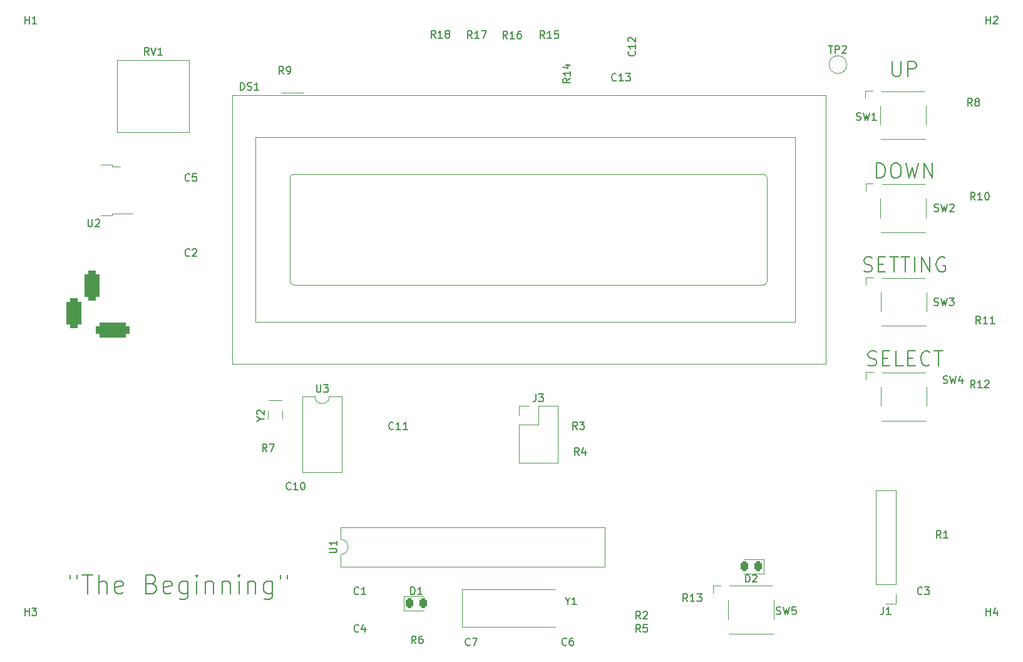
<source format=gbr>
%TF.GenerationSoftware,KiCad,Pcbnew,(6.0.5)*%
%TF.CreationDate,2022-07-22T19:51:40-04:00*%
%TF.ProjectId,Kyamaries-HPS-Clock,4b79616d-6172-4696-9573-2d4850532d43,rev?*%
%TF.SameCoordinates,PX4cdb1d4PY8a63396*%
%TF.FileFunction,Legend,Top*%
%TF.FilePolarity,Positive*%
%FSLAX46Y46*%
G04 Gerber Fmt 4.6, Leading zero omitted, Abs format (unit mm)*
G04 Created by KiCad (PCBNEW (6.0.5)) date 2022-07-22 19:51:40*
%MOMM*%
%LPD*%
G01*
G04 APERTURE LIST*
G04 Aperture macros list*
%AMRoundRect*
0 Rectangle with rounded corners*
0 $1 Rounding radius*
0 $2 $3 $4 $5 $6 $7 $8 $9 X,Y pos of 4 corners*
0 Add a 4 corners polygon primitive as box body*
4,1,4,$2,$3,$4,$5,$6,$7,$8,$9,$2,$3,0*
0 Add four circle primitives for the rounded corners*
1,1,$1+$1,$2,$3*
1,1,$1+$1,$4,$5*
1,1,$1+$1,$6,$7*
1,1,$1+$1,$8,$9*
0 Add four rect primitives between the rounded corners*
20,1,$1+$1,$2,$3,$4,$5,0*
20,1,$1+$1,$4,$5,$6,$7,0*
20,1,$1+$1,$6,$7,$8,$9,0*
20,1,$1+$1,$8,$9,$2,$3,0*%
G04 Aperture macros list end*
%ADD10C,0.150000*%
%ADD11C,0.120000*%
%ADD12C,3.200000*%
%ADD13C,1.440000*%
%ADD14R,1.150000X1.400000*%
%ADD15C,2.000000*%
%ADD16R,1.600000X1.400000*%
%ADD17C,3.000000*%
%ADD18R,1.800000X2.600000*%
%ADD19O,1.800000X2.600000*%
%ADD20R,1.700000X1.700000*%
%ADD21O,1.700000X1.700000*%
%ADD22R,1.400000X1.150000*%
%ADD23RoundRect,0.500000X0.500000X-1.500000X0.500000X1.500000X-0.500000X1.500000X-0.500000X-1.500000X0*%
%ADD24RoundRect,0.500000X-1.750000X-0.500000X1.750000X-0.500000X1.750000X0.500000X-1.750000X0.500000X0*%
%ADD25RoundRect,0.243750X0.243750X0.456250X-0.243750X0.456250X-0.243750X-0.456250X0.243750X-0.456250X0*%
%ADD26R,1.600000X1.600000*%
%ADD27O,1.600000X1.600000*%
%ADD28RoundRect,0.243750X-0.243750X-0.456250X0.243750X-0.456250X0.243750X0.456250X-0.243750X0.456250X0*%
%ADD29R,2.200000X1.200000*%
%ADD30R,6.400000X5.800000*%
%ADD31R,1.800000X1.000000*%
%ADD32R,4.500000X2.000000*%
%ADD33R,3.000000X3.000000*%
G04 APERTURE END LIST*
D10*
X117086922Y55400387D02*
X117372636Y55305149D01*
X117848827Y55305149D01*
X118039303Y55400387D01*
X118134541Y55495625D01*
X118229779Y55686101D01*
X118229779Y55876577D01*
X118134541Y56067053D01*
X118039303Y56162291D01*
X117848827Y56257530D01*
X117467874Y56352768D01*
X117277398Y56448006D01*
X117182160Y56543244D01*
X117086922Y56733720D01*
X117086922Y56924196D01*
X117182160Y57114672D01*
X117277398Y57209910D01*
X117467874Y57305149D01*
X117944065Y57305149D01*
X118229779Y57209910D01*
X119086922Y56352768D02*
X119753589Y56352768D01*
X120039303Y55305149D02*
X119086922Y55305149D01*
X119086922Y57305149D01*
X120039303Y57305149D01*
X120610732Y57305149D02*
X121753589Y57305149D01*
X121182160Y55305149D02*
X121182160Y57305149D01*
X122134541Y57305149D02*
X123277398Y57305149D01*
X122705970Y55305149D02*
X122705970Y57305149D01*
X123944065Y55305149D02*
X123944065Y57305149D01*
X124896446Y55305149D02*
X124896446Y57305149D01*
X126039303Y55305149D01*
X126039303Y57305149D01*
X128039303Y57209910D02*
X127848827Y57305149D01*
X127563112Y57305149D01*
X127277398Y57209910D01*
X127086922Y57019434D01*
X126991684Y56828958D01*
X126896446Y56448006D01*
X126896446Y56162291D01*
X126991684Y55781339D01*
X127086922Y55590863D01*
X127277398Y55400387D01*
X127563112Y55305149D01*
X127753589Y55305149D01*
X128039303Y55400387D01*
X128134541Y55495625D01*
X128134541Y56162291D01*
X127753589Y56162291D01*
X120953334Y83753960D02*
X120953334Y82134912D01*
X121048572Y81944436D01*
X121143810Y81849198D01*
X121334286Y81753960D01*
X121715239Y81753960D01*
X121905715Y81849198D01*
X122000953Y81944436D01*
X122096191Y82134912D01*
X122096191Y83753960D01*
X123048572Y81753960D02*
X123048572Y83753960D01*
X123810477Y83753960D01*
X124000953Y83658721D01*
X124096191Y83563483D01*
X124191429Y83373007D01*
X124191429Y83087293D01*
X124096191Y82896817D01*
X124000953Y82801579D01*
X123810477Y82706341D01*
X123048572Y82706341D01*
X9738022Y14327104D02*
X9738022Y13850914D01*
X10690403Y14327104D02*
X10690403Y13850914D01*
X11404688Y14327104D02*
X12833260Y14327104D01*
X12118974Y11827104D02*
X12118974Y14327104D01*
X13666593Y11827104D02*
X13666593Y14327104D01*
X14738022Y11827104D02*
X14738022Y13136628D01*
X14618974Y13374723D01*
X14380879Y13493771D01*
X14023736Y13493771D01*
X13785641Y13374723D01*
X13666593Y13255676D01*
X16880879Y11946152D02*
X16642783Y11827104D01*
X16166593Y11827104D01*
X15928498Y11946152D01*
X15809450Y12184247D01*
X15809450Y13136628D01*
X15928498Y13374723D01*
X16166593Y13493771D01*
X16642783Y13493771D01*
X16880879Y13374723D01*
X16999926Y13136628D01*
X16999926Y12898533D01*
X15809450Y12660437D01*
X20809450Y13136628D02*
X21166593Y13017580D01*
X21285641Y12898533D01*
X21404688Y12660437D01*
X21404688Y12303295D01*
X21285641Y12065199D01*
X21166593Y11946152D01*
X20928498Y11827104D01*
X19976117Y11827104D01*
X19976117Y14327104D01*
X20809450Y14327104D01*
X21047545Y14208056D01*
X21166593Y14089009D01*
X21285641Y13850914D01*
X21285641Y13612818D01*
X21166593Y13374723D01*
X21047545Y13255676D01*
X20809450Y13136628D01*
X19976117Y13136628D01*
X23428498Y11946152D02*
X23190403Y11827104D01*
X22714212Y11827104D01*
X22476117Y11946152D01*
X22357069Y12184247D01*
X22357069Y13136628D01*
X22476117Y13374723D01*
X22714212Y13493771D01*
X23190403Y13493771D01*
X23428498Y13374723D01*
X23547545Y13136628D01*
X23547545Y12898533D01*
X22357069Y12660437D01*
X25690403Y13493771D02*
X25690403Y11469961D01*
X25571355Y11231866D01*
X25452307Y11112818D01*
X25214212Y10993771D01*
X24857069Y10993771D01*
X24618974Y11112818D01*
X25690403Y11946152D02*
X25452307Y11827104D01*
X24976117Y11827104D01*
X24738022Y11946152D01*
X24618974Y12065199D01*
X24499926Y12303295D01*
X24499926Y13017580D01*
X24618974Y13255676D01*
X24738022Y13374723D01*
X24976117Y13493771D01*
X25452307Y13493771D01*
X25690403Y13374723D01*
X26880879Y11827104D02*
X26880879Y13493771D01*
X26880879Y14327104D02*
X26761831Y14208056D01*
X26880879Y14089009D01*
X26999926Y14208056D01*
X26880879Y14327104D01*
X26880879Y14089009D01*
X28071355Y13493771D02*
X28071355Y11827104D01*
X28071355Y13255676D02*
X28190403Y13374723D01*
X28428498Y13493771D01*
X28785641Y13493771D01*
X29023736Y13374723D01*
X29142783Y13136628D01*
X29142783Y11827104D01*
X30333260Y13493771D02*
X30333260Y11827104D01*
X30333260Y13255676D02*
X30452307Y13374723D01*
X30690403Y13493771D01*
X31047545Y13493771D01*
X31285641Y13374723D01*
X31404688Y13136628D01*
X31404688Y11827104D01*
X32595164Y11827104D02*
X32595164Y13493771D01*
X32595164Y14327104D02*
X32476117Y14208056D01*
X32595164Y14089009D01*
X32714212Y14208056D01*
X32595164Y14327104D01*
X32595164Y14089009D01*
X33785641Y13493771D02*
X33785641Y11827104D01*
X33785641Y13255676D02*
X33904688Y13374723D01*
X34142783Y13493771D01*
X34499926Y13493771D01*
X34738022Y13374723D01*
X34857069Y13136628D01*
X34857069Y11827104D01*
X37118974Y13493771D02*
X37118974Y11469961D01*
X36999926Y11231866D01*
X36880879Y11112818D01*
X36642783Y10993771D01*
X36285641Y10993771D01*
X36047545Y11112818D01*
X37118974Y11946152D02*
X36880879Y11827104D01*
X36404688Y11827104D01*
X36166593Y11946152D01*
X36047545Y12065199D01*
X35928498Y12303295D01*
X35928498Y13017580D01*
X36047545Y13255676D01*
X36166593Y13374723D01*
X36404688Y13493771D01*
X36880879Y13493771D01*
X37118974Y13374723D01*
X38190403Y14327104D02*
X38190403Y13850914D01*
X39142783Y14327104D02*
X39142783Y13850914D01*
X117658351Y42700387D02*
X117944065Y42605149D01*
X118420255Y42605149D01*
X118610732Y42700387D01*
X118705970Y42795625D01*
X118801208Y42986101D01*
X118801208Y43176577D01*
X118705970Y43367053D01*
X118610732Y43462291D01*
X118420255Y43557530D01*
X118039303Y43652768D01*
X117848827Y43748006D01*
X117753589Y43843244D01*
X117658351Y44033720D01*
X117658351Y44224196D01*
X117753589Y44414672D01*
X117848827Y44509910D01*
X118039303Y44605149D01*
X118515493Y44605149D01*
X118801208Y44509910D01*
X119658351Y43652768D02*
X120325017Y43652768D01*
X120610732Y42605149D02*
X119658351Y42605149D01*
X119658351Y44605149D01*
X120610732Y44605149D01*
X122420255Y42605149D02*
X121467874Y42605149D01*
X121467874Y44605149D01*
X123086922Y43652768D02*
X123753589Y43652768D01*
X124039303Y42605149D02*
X123086922Y42605149D01*
X123086922Y44605149D01*
X124039303Y44605149D01*
X126039303Y42795625D02*
X125944065Y42700387D01*
X125658351Y42605149D01*
X125467874Y42605149D01*
X125182160Y42700387D01*
X124991684Y42890863D01*
X124896446Y43081339D01*
X124801208Y43462291D01*
X124801208Y43748006D01*
X124896446Y44128958D01*
X124991684Y44319434D01*
X125182160Y44509910D01*
X125467874Y44605149D01*
X125658351Y44605149D01*
X125944065Y44509910D01*
X126039303Y44414672D01*
X126610732Y44605149D02*
X127753589Y44605149D01*
X127182160Y42605149D02*
X127182160Y44605149D01*
X118848827Y68005149D02*
X118848827Y70005149D01*
X119325017Y70005149D01*
X119610732Y69909910D01*
X119801208Y69719434D01*
X119896446Y69528958D01*
X119991684Y69148006D01*
X119991684Y68862291D01*
X119896446Y68481339D01*
X119801208Y68290863D01*
X119610732Y68100387D01*
X119325017Y68005149D01*
X118848827Y68005149D01*
X121229779Y70005149D02*
X121610732Y70005149D01*
X121801208Y69909910D01*
X121991684Y69719434D01*
X122086922Y69338482D01*
X122086922Y68671815D01*
X121991684Y68290863D01*
X121801208Y68100387D01*
X121610732Y68005149D01*
X121229779Y68005149D01*
X121039303Y68100387D01*
X120848827Y68290863D01*
X120753589Y68671815D01*
X120753589Y69338482D01*
X120848827Y69719434D01*
X121039303Y69909910D01*
X121229779Y70005149D01*
X122753589Y70005149D02*
X123229779Y68005149D01*
X123610732Y69433720D01*
X123991684Y68005149D01*
X124467874Y70005149D01*
X125229779Y68005149D02*
X125229779Y70005149D01*
X126372636Y68005149D01*
X126372636Y70005149D01*
%TO.C,H4*%
X133648827Y8857530D02*
X133648827Y9857530D01*
X133648827Y9381339D02*
X134220255Y9381339D01*
X134220255Y8857530D02*
X134220255Y9857530D01*
X135125017Y9524196D02*
X135125017Y8857530D01*
X134886922Y9905149D02*
X134648827Y9190863D01*
X135267874Y9190863D01*
%TO.C,RV1*%
X20400493Y84632530D02*
X20067160Y85108720D01*
X19829065Y84632530D02*
X19829065Y85632530D01*
X20210017Y85632530D01*
X20305255Y85584910D01*
X20352874Y85537291D01*
X20400493Y85442053D01*
X20400493Y85299196D01*
X20352874Y85203958D01*
X20305255Y85156339D01*
X20210017Y85108720D01*
X19829065Y85108720D01*
X20686208Y85632530D02*
X21019541Y84632530D01*
X21352874Y85632530D01*
X22210017Y84632530D02*
X21638589Y84632530D01*
X21924303Y84632530D02*
X21924303Y85632530D01*
X21829065Y85489672D01*
X21733827Y85394434D01*
X21638589Y85346815D01*
%TO.C,R13*%
X93262047Y10759076D02*
X92928714Y11235266D01*
X92690619Y10759076D02*
X92690619Y11759076D01*
X93071571Y11759076D01*
X93166809Y11711456D01*
X93214428Y11663837D01*
X93262047Y11568599D01*
X93262047Y11425742D01*
X93214428Y11330504D01*
X93166809Y11282885D01*
X93071571Y11235266D01*
X92690619Y11235266D01*
X94214428Y10759076D02*
X93643000Y10759076D01*
X93928714Y10759076D02*
X93928714Y11759076D01*
X93833476Y11616218D01*
X93738238Y11520980D01*
X93643000Y11473361D01*
X94547762Y11759076D02*
X95166809Y11759076D01*
X94833476Y11378123D01*
X94976333Y11378123D01*
X95071571Y11330504D01*
X95119190Y11282885D01*
X95166809Y11187647D01*
X95166809Y10949552D01*
X95119190Y10854314D01*
X95071571Y10806695D01*
X94976333Y10759076D01*
X94690619Y10759076D01*
X94595381Y10806695D01*
X94547762Y10854314D01*
%TO.C,R15*%
X73925659Y86872030D02*
X73592326Y87348220D01*
X73354231Y86872030D02*
X73354231Y87872030D01*
X73735183Y87872030D01*
X73830421Y87824410D01*
X73878040Y87776791D01*
X73925659Y87681553D01*
X73925659Y87538696D01*
X73878040Y87443458D01*
X73830421Y87395839D01*
X73735183Y87348220D01*
X73354231Y87348220D01*
X74878040Y86872030D02*
X74306612Y86872030D01*
X74592326Y86872030D02*
X74592326Y87872030D01*
X74497088Y87729172D01*
X74401850Y87633934D01*
X74306612Y87586315D01*
X75782802Y87872030D02*
X75306612Y87872030D01*
X75258993Y87395839D01*
X75306612Y87443458D01*
X75401850Y87491077D01*
X75639945Y87491077D01*
X75735183Y87443458D01*
X75782802Y87395839D01*
X75830421Y87300601D01*
X75830421Y87062506D01*
X75782802Y86967268D01*
X75735183Y86919649D01*
X75639945Y86872030D01*
X75401850Y86872030D01*
X75306612Y86919649D01*
X75258993Y86967268D01*
%TO.C,TP2*%
X112316835Y85875263D02*
X112888263Y85875263D01*
X112602549Y84875263D02*
X112602549Y85875263D01*
X113221597Y84875263D02*
X113221597Y85875263D01*
X113602549Y85875263D01*
X113697787Y85827643D01*
X113745406Y85780024D01*
X113793025Y85684786D01*
X113793025Y85541929D01*
X113745406Y85446691D01*
X113697787Y85399072D01*
X113602549Y85351453D01*
X113221597Y85351453D01*
X114173978Y85780024D02*
X114221597Y85827643D01*
X114316835Y85875263D01*
X114554930Y85875263D01*
X114650168Y85827643D01*
X114697787Y85780024D01*
X114745406Y85684786D01*
X114745406Y85589548D01*
X114697787Y85446691D01*
X114126359Y84875263D01*
X114745406Y84875263D01*
%TO.C,C1*%
X48784065Y11782768D02*
X48736446Y11735149D01*
X48593589Y11687530D01*
X48498351Y11687530D01*
X48355493Y11735149D01*
X48260255Y11830387D01*
X48212636Y11925625D01*
X48165017Y12116101D01*
X48165017Y12258958D01*
X48212636Y12449434D01*
X48260255Y12544672D01*
X48355493Y12639910D01*
X48498351Y12687530D01*
X48593589Y12687530D01*
X48736446Y12639910D01*
X48784065Y12592291D01*
X49736446Y11687530D02*
X49165017Y11687530D01*
X49450732Y11687530D02*
X49450732Y12687530D01*
X49355493Y12544672D01*
X49260255Y12449434D01*
X49165017Y12401815D01*
%TO.C,R18*%
X59173544Y86929342D02*
X58840211Y87405532D01*
X58602116Y86929342D02*
X58602116Y87929342D01*
X58983068Y87929342D01*
X59078306Y87881722D01*
X59125925Y87834103D01*
X59173544Y87738865D01*
X59173544Y87596008D01*
X59125925Y87500770D01*
X59078306Y87453151D01*
X58983068Y87405532D01*
X58602116Y87405532D01*
X60125925Y86929342D02*
X59554497Y86929342D01*
X59840211Y86929342D02*
X59840211Y87929342D01*
X59744973Y87786484D01*
X59649735Y87691246D01*
X59554497Y87643627D01*
X60697354Y87500770D02*
X60602116Y87548389D01*
X60554497Y87596008D01*
X60506878Y87691246D01*
X60506878Y87738865D01*
X60554497Y87834103D01*
X60602116Y87881722D01*
X60697354Y87929342D01*
X60887830Y87929342D01*
X60983068Y87881722D01*
X61030687Y87834103D01*
X61078306Y87738865D01*
X61078306Y87691246D01*
X61030687Y87596008D01*
X60983068Y87548389D01*
X60887830Y87500770D01*
X60697354Y87500770D01*
X60602116Y87453151D01*
X60554497Y87405532D01*
X60506878Y87310294D01*
X60506878Y87119818D01*
X60554497Y87024580D01*
X60602116Y86976961D01*
X60697354Y86929342D01*
X60887830Y86929342D01*
X60983068Y86976961D01*
X61030687Y87024580D01*
X61078306Y87119818D01*
X61078306Y87310294D01*
X61030687Y87405532D01*
X60983068Y87453151D01*
X60887830Y87500770D01*
%TO.C,SW4*%
X127842856Y40286837D02*
X127985713Y40239218D01*
X128223809Y40239218D01*
X128319047Y40286837D01*
X128366666Y40334456D01*
X128414285Y40429694D01*
X128414285Y40524932D01*
X128366666Y40620170D01*
X128319047Y40667789D01*
X128223809Y40715408D01*
X128033332Y40763027D01*
X127938094Y40810646D01*
X127890475Y40858265D01*
X127842856Y40953503D01*
X127842856Y41048741D01*
X127890475Y41143979D01*
X127938094Y41191598D01*
X128033332Y41239218D01*
X128271428Y41239218D01*
X128414285Y41191598D01*
X128747618Y41239218D02*
X128985713Y40239218D01*
X129176190Y40953503D01*
X129366666Y40239218D01*
X129604761Y41239218D01*
X130414285Y40905884D02*
X130414285Y40239218D01*
X130176190Y41286837D02*
X129938094Y40572551D01*
X130557142Y40572551D01*
%TO.C,DS1*%
X32776446Y79887530D02*
X32776446Y80887530D01*
X33014541Y80887530D01*
X33157398Y80839910D01*
X33252636Y80744672D01*
X33300255Y80649434D01*
X33347874Y80458958D01*
X33347874Y80316101D01*
X33300255Y80125625D01*
X33252636Y80030387D01*
X33157398Y79935149D01*
X33014541Y79887530D01*
X32776446Y79887530D01*
X33728827Y79935149D02*
X33871684Y79887530D01*
X34109779Y79887530D01*
X34205017Y79935149D01*
X34252636Y79982768D01*
X34300255Y80078006D01*
X34300255Y80173244D01*
X34252636Y80268482D01*
X34205017Y80316101D01*
X34109779Y80363720D01*
X33919303Y80411339D01*
X33824065Y80458958D01*
X33776446Y80506577D01*
X33728827Y80601815D01*
X33728827Y80697053D01*
X33776446Y80792291D01*
X33824065Y80839910D01*
X33919303Y80887530D01*
X34157398Y80887530D01*
X34300255Y80839910D01*
X35252636Y79887530D02*
X34681208Y79887530D01*
X34966922Y79887530D02*
X34966922Y80887530D01*
X34871684Y80744672D01*
X34776446Y80649434D01*
X34681208Y80601815D01*
%TO.C,C3*%
X124984065Y11782768D02*
X124936446Y11735149D01*
X124793589Y11687530D01*
X124698351Y11687530D01*
X124555493Y11735149D01*
X124460255Y11830387D01*
X124412636Y11925625D01*
X124365017Y12116101D01*
X124365017Y12258958D01*
X124412636Y12449434D01*
X124460255Y12544672D01*
X124555493Y12639910D01*
X124698351Y12687530D01*
X124793589Y12687530D01*
X124936446Y12639910D01*
X124984065Y12592291D01*
X125317398Y12687530D02*
X125936446Y12687530D01*
X125603112Y12306577D01*
X125745970Y12306577D01*
X125841208Y12258958D01*
X125888827Y12211339D01*
X125936446Y12116101D01*
X125936446Y11878006D01*
X125888827Y11782768D01*
X125841208Y11735149D01*
X125745970Y11687530D01*
X125460255Y11687530D01*
X125365017Y11735149D01*
X125317398Y11782768D01*
%TO.C,J1*%
X119737398Y9977530D02*
X119737398Y9263244D01*
X119689779Y9120387D01*
X119594541Y9025149D01*
X119451684Y8977530D01*
X119356446Y8977530D01*
X120737398Y8977530D02*
X120165970Y8977530D01*
X120451684Y8977530D02*
X120451684Y9977530D01*
X120356446Y9834672D01*
X120261208Y9739434D01*
X120165970Y9691815D01*
%TO.C,J3*%
X72747398Y38767530D02*
X72747398Y38053244D01*
X72699779Y37910387D01*
X72604541Y37815149D01*
X72461684Y37767530D01*
X72366446Y37767530D01*
X73128351Y38767530D02*
X73747398Y38767530D01*
X73414065Y38386577D01*
X73556922Y38386577D01*
X73652160Y38338958D01*
X73699779Y38291339D01*
X73747398Y38196101D01*
X73747398Y37958006D01*
X73699779Y37862768D01*
X73652160Y37815149D01*
X73556922Y37767530D01*
X73271208Y37767530D01*
X73175970Y37815149D01*
X73128351Y37862768D01*
%TO.C,R6*%
X56520074Y5077256D02*
X56186741Y5553446D01*
X55948645Y5077256D02*
X55948645Y6077256D01*
X56329598Y6077256D01*
X56424836Y6029636D01*
X56472455Y5982017D01*
X56520074Y5886779D01*
X56520074Y5743922D01*
X56472455Y5648684D01*
X56424836Y5601065D01*
X56329598Y5553446D01*
X55948645Y5553446D01*
X57377217Y6077256D02*
X57186741Y6077256D01*
X57091502Y6029636D01*
X57043883Y5982017D01*
X56948645Y5839160D01*
X56901026Y5648684D01*
X56901026Y5267732D01*
X56948645Y5172494D01*
X56996264Y5124875D01*
X57091502Y5077256D01*
X57281979Y5077256D01*
X57377217Y5124875D01*
X57424836Y5172494D01*
X57472455Y5267732D01*
X57472455Y5505827D01*
X57424836Y5601065D01*
X57377217Y5648684D01*
X57281979Y5696303D01*
X57091502Y5696303D01*
X56996264Y5648684D01*
X56948645Y5601065D01*
X56901026Y5505827D01*
%TO.C,SW2*%
X126628552Y63527600D02*
X126771409Y63479981D01*
X127009505Y63479981D01*
X127104743Y63527600D01*
X127152362Y63575219D01*
X127199981Y63670457D01*
X127199981Y63765695D01*
X127152362Y63860933D01*
X127104743Y63908552D01*
X127009505Y63956171D01*
X126819028Y64003790D01*
X126723790Y64051409D01*
X126676171Y64099028D01*
X126628552Y64194266D01*
X126628552Y64289504D01*
X126676171Y64384742D01*
X126723790Y64432361D01*
X126819028Y64479981D01*
X127057124Y64479981D01*
X127199981Y64432361D01*
X127533314Y64479981D02*
X127771409Y63479981D01*
X127961886Y64194266D01*
X128152362Y63479981D01*
X128390457Y64479981D01*
X128723790Y64384742D02*
X128771409Y64432361D01*
X128866647Y64479981D01*
X129104743Y64479981D01*
X129199981Y64432361D01*
X129247600Y64384742D01*
X129295219Y64289504D01*
X129295219Y64194266D01*
X129247600Y64051409D01*
X128676171Y63479981D01*
X129295219Y63479981D01*
%TO.C,R11*%
X132879627Y48293062D02*
X132546294Y48769252D01*
X132308199Y48293062D02*
X132308199Y49293062D01*
X132689151Y49293062D01*
X132784389Y49245442D01*
X132832008Y49197823D01*
X132879627Y49102585D01*
X132879627Y48959728D01*
X132832008Y48864490D01*
X132784389Y48816871D01*
X132689151Y48769252D01*
X132308199Y48769252D01*
X133832008Y48293062D02*
X133260580Y48293062D01*
X133546294Y48293062D02*
X133546294Y49293062D01*
X133451056Y49150204D01*
X133355818Y49054966D01*
X133260580Y49007347D01*
X134784389Y48293062D02*
X134212961Y48293062D01*
X134498675Y48293062D02*
X134498675Y49293062D01*
X134403437Y49150204D01*
X134308199Y49054966D01*
X134212961Y49007347D01*
%TO.C,SW3*%
X126602762Y50809373D02*
X126745619Y50761754D01*
X126983715Y50761754D01*
X127078953Y50809373D01*
X127126572Y50856992D01*
X127174191Y50952230D01*
X127174191Y51047468D01*
X127126572Y51142706D01*
X127078953Y51190325D01*
X126983715Y51237944D01*
X126793238Y51285563D01*
X126698000Y51333182D01*
X126650381Y51380801D01*
X126602762Y51476039D01*
X126602762Y51571277D01*
X126650381Y51666515D01*
X126698000Y51714134D01*
X126793238Y51761754D01*
X127031334Y51761754D01*
X127174191Y51714134D01*
X127507524Y51761754D02*
X127745619Y50761754D01*
X127936096Y51476039D01*
X128126572Y50761754D01*
X128364667Y51761754D01*
X128650381Y51761754D02*
X129269429Y51761754D01*
X128936096Y51380801D01*
X129078953Y51380801D01*
X129174191Y51333182D01*
X129221810Y51285563D01*
X129269429Y51190325D01*
X129269429Y50952230D01*
X129221810Y50856992D01*
X129174191Y50809373D01*
X129078953Y50761754D01*
X128793238Y50761754D01*
X128698000Y50809373D01*
X128650381Y50856992D01*
%TO.C,C12*%
X86134084Y85105255D02*
X86181703Y85057636D01*
X86229322Y84914779D01*
X86229322Y84819541D01*
X86181703Y84676684D01*
X86086465Y84581446D01*
X85991227Y84533827D01*
X85800751Y84486208D01*
X85657894Y84486208D01*
X85467418Y84533827D01*
X85372180Y84581446D01*
X85276942Y84676684D01*
X85229322Y84819541D01*
X85229322Y84914779D01*
X85276942Y85057636D01*
X85324561Y85105255D01*
X86229322Y86057636D02*
X86229322Y85486208D01*
X86229322Y85771922D02*
X85229322Y85771922D01*
X85372180Y85676684D01*
X85467418Y85581446D01*
X85515037Y85486208D01*
X85324561Y86438589D02*
X85276942Y86486208D01*
X85229322Y86581446D01*
X85229322Y86819541D01*
X85276942Y86914779D01*
X85324561Y86962398D01*
X85419799Y87010017D01*
X85515037Y87010017D01*
X85657894Y86962398D01*
X86229322Y86390970D01*
X86229322Y87010017D01*
%TO.C,H2*%
X133648827Y88857530D02*
X133648827Y89857530D01*
X133648827Y89381339D02*
X134220255Y89381339D01*
X134220255Y88857530D02*
X134220255Y89857530D01*
X134648827Y89762291D02*
X134696446Y89809910D01*
X134791684Y89857530D01*
X135029779Y89857530D01*
X135125017Y89809910D01*
X135172636Y89762291D01*
X135220255Y89667053D01*
X135220255Y89571815D01*
X135172636Y89428958D01*
X134601208Y88857530D01*
X135220255Y88857530D01*
%TO.C,R8*%
X131754065Y77727530D02*
X131420732Y78203720D01*
X131182636Y77727530D02*
X131182636Y78727530D01*
X131563589Y78727530D01*
X131658827Y78679910D01*
X131706446Y78632291D01*
X131754065Y78537053D01*
X131754065Y78394196D01*
X131706446Y78298958D01*
X131658827Y78251339D01*
X131563589Y78203720D01*
X131182636Y78203720D01*
X132325493Y78298958D02*
X132230255Y78346577D01*
X132182636Y78394196D01*
X132135017Y78489434D01*
X132135017Y78537053D01*
X132182636Y78632291D01*
X132230255Y78679910D01*
X132325493Y78727530D01*
X132515970Y78727530D01*
X132611208Y78679910D01*
X132658827Y78632291D01*
X132706446Y78537053D01*
X132706446Y78489434D01*
X132658827Y78394196D01*
X132611208Y78346577D01*
X132515970Y78298958D01*
X132325493Y78298958D01*
X132230255Y78251339D01*
X132182636Y78203720D01*
X132135017Y78108482D01*
X132135017Y77918006D01*
X132182636Y77822768D01*
X132230255Y77775149D01*
X132325493Y77727530D01*
X132515970Y77727530D01*
X132611208Y77775149D01*
X132658827Y77822768D01*
X132706446Y77918006D01*
X132706446Y78108482D01*
X132658827Y78203720D01*
X132611208Y78251339D01*
X132515970Y78298958D01*
%TO.C,R2*%
X86884065Y8387530D02*
X86550732Y8863720D01*
X86312636Y8387530D02*
X86312636Y9387530D01*
X86693589Y9387530D01*
X86788827Y9339910D01*
X86836446Y9292291D01*
X86884065Y9197053D01*
X86884065Y9054196D01*
X86836446Y8958958D01*
X86788827Y8911339D01*
X86693589Y8863720D01*
X86312636Y8863720D01*
X87265017Y9292291D02*
X87312636Y9339910D01*
X87407874Y9387530D01*
X87645970Y9387530D01*
X87741208Y9339910D01*
X87788827Y9292291D01*
X87836446Y9197053D01*
X87836446Y9101815D01*
X87788827Y8958958D01*
X87217398Y8387530D01*
X87836446Y8387530D01*
%TO.C,H3*%
X3648827Y8857530D02*
X3648827Y9857530D01*
X3648827Y9381339D02*
X4220255Y9381339D01*
X4220255Y8857530D02*
X4220255Y9857530D01*
X4601208Y9857530D02*
X5220255Y9857530D01*
X4886922Y9476577D01*
X5029779Y9476577D01*
X5125017Y9428958D01*
X5172636Y9381339D01*
X5220255Y9286101D01*
X5220255Y9048006D01*
X5172636Y8952768D01*
X5125017Y8905149D01*
X5029779Y8857530D01*
X4744065Y8857530D01*
X4648827Y8905149D01*
X4601208Y8952768D01*
%TO.C,D2*%
X101110256Y13373677D02*
X101110256Y14373677D01*
X101348352Y14373677D01*
X101491209Y14326057D01*
X101586447Y14230819D01*
X101634066Y14135581D01*
X101681685Y13945105D01*
X101681685Y13802248D01*
X101634066Y13611772D01*
X101586447Y13516534D01*
X101491209Y13421296D01*
X101348352Y13373677D01*
X101110256Y13373677D01*
X102062637Y14278438D02*
X102110256Y14326057D01*
X102205494Y14373677D01*
X102443590Y14373677D01*
X102538828Y14326057D01*
X102586447Y14278438D01*
X102634066Y14183200D01*
X102634066Y14087962D01*
X102586447Y13945105D01*
X102015018Y13373677D01*
X102634066Y13373677D01*
%TO.C,R17*%
X64115622Y86872030D02*
X63782289Y87348220D01*
X63544194Y86872030D02*
X63544194Y87872030D01*
X63925146Y87872030D01*
X64020384Y87824410D01*
X64068003Y87776791D01*
X64115622Y87681553D01*
X64115622Y87538696D01*
X64068003Y87443458D01*
X64020384Y87395839D01*
X63925146Y87348220D01*
X63544194Y87348220D01*
X65068003Y86872030D02*
X64496575Y86872030D01*
X64782289Y86872030D02*
X64782289Y87872030D01*
X64687051Y87729172D01*
X64591813Y87633934D01*
X64496575Y87586315D01*
X65401337Y87872030D02*
X66068003Y87872030D01*
X65639432Y86872030D01*
%TO.C,U3*%
X43081521Y40043811D02*
X43081521Y39234287D01*
X43129140Y39139049D01*
X43176759Y39091430D01*
X43271997Y39043811D01*
X43462473Y39043811D01*
X43557711Y39091430D01*
X43605330Y39139049D01*
X43652949Y39234287D01*
X43652949Y40043811D01*
X44033902Y40043811D02*
X44652949Y40043811D01*
X44319616Y39662858D01*
X44462473Y39662858D01*
X44557711Y39615239D01*
X44605330Y39567620D01*
X44652949Y39472382D01*
X44652949Y39234287D01*
X44605330Y39139049D01*
X44557711Y39091430D01*
X44462473Y39043811D01*
X44176759Y39043811D01*
X44081521Y39091430D01*
X44033902Y39139049D01*
%TO.C,R14*%
X77415954Y81466745D02*
X76939764Y81133412D01*
X77415954Y80895317D02*
X76415954Y80895317D01*
X76415954Y81276269D01*
X76463574Y81371507D01*
X76511193Y81419126D01*
X76606431Y81466745D01*
X76749288Y81466745D01*
X76844526Y81419126D01*
X76892145Y81371507D01*
X76939764Y81276269D01*
X76939764Y80895317D01*
X77415954Y82419126D02*
X77415954Y81847698D01*
X77415954Y82133412D02*
X76415954Y82133412D01*
X76558812Y82038174D01*
X76654050Y81942936D01*
X76701669Y81847698D01*
X76749288Y83276269D02*
X77415954Y83276269D01*
X76368335Y83038174D02*
X77082621Y82800079D01*
X77082621Y83419126D01*
%TO.C,C6*%
X76896094Y4896032D02*
X76848475Y4848413D01*
X76705618Y4800794D01*
X76610380Y4800794D01*
X76467522Y4848413D01*
X76372284Y4943651D01*
X76324665Y5038889D01*
X76277046Y5229365D01*
X76277046Y5372222D01*
X76324665Y5562698D01*
X76372284Y5657936D01*
X76467522Y5753174D01*
X76610380Y5800794D01*
X76705618Y5800794D01*
X76848475Y5753174D01*
X76896094Y5705555D01*
X77753237Y5800794D02*
X77562761Y5800794D01*
X77467522Y5753174D01*
X77419903Y5705555D01*
X77324665Y5562698D01*
X77277046Y5372222D01*
X77277046Y4991270D01*
X77324665Y4896032D01*
X77372284Y4848413D01*
X77467522Y4800794D01*
X77657999Y4800794D01*
X77753237Y4848413D01*
X77800856Y4896032D01*
X77848475Y4991270D01*
X77848475Y5229365D01*
X77800856Y5324603D01*
X77753237Y5372222D01*
X77657999Y5419841D01*
X77467522Y5419841D01*
X77372284Y5372222D01*
X77324665Y5324603D01*
X77277046Y5229365D01*
%TO.C,C4*%
X48784065Y6702768D02*
X48736446Y6655149D01*
X48593589Y6607530D01*
X48498351Y6607530D01*
X48355493Y6655149D01*
X48260255Y6750387D01*
X48212636Y6845625D01*
X48165017Y7036101D01*
X48165017Y7178958D01*
X48212636Y7369434D01*
X48260255Y7464672D01*
X48355493Y7559910D01*
X48498351Y7607530D01*
X48593589Y7607530D01*
X48736446Y7559910D01*
X48784065Y7512291D01*
X49641208Y7274196D02*
X49641208Y6607530D01*
X49403112Y7655149D02*
X49165017Y6940863D01*
X49784065Y6940863D01*
%TO.C,H1*%
X3648827Y88857530D02*
X3648827Y89857530D01*
X3648827Y89381339D02*
X4220255Y89381339D01*
X4220255Y88857530D02*
X4220255Y89857530D01*
X5220255Y88857530D02*
X4648827Y88857530D01*
X4934541Y88857530D02*
X4934541Y89857530D01*
X4839303Y89714672D01*
X4744065Y89619434D01*
X4648827Y89571815D01*
%TO.C,D1*%
X55832636Y11687530D02*
X55832636Y12687530D01*
X56070732Y12687530D01*
X56213589Y12639910D01*
X56308827Y12544672D01*
X56356446Y12449434D01*
X56404065Y12258958D01*
X56404065Y12116101D01*
X56356446Y11925625D01*
X56308827Y11830387D01*
X56213589Y11735149D01*
X56070732Y11687530D01*
X55832636Y11687530D01*
X57356446Y11687530D02*
X56785017Y11687530D01*
X57070732Y11687530D02*
X57070732Y12687530D01*
X56975493Y12544672D01*
X56880255Y12449434D01*
X56785017Y12401815D01*
%TO.C,C7*%
X63827278Y4866178D02*
X63779659Y4818559D01*
X63636802Y4770940D01*
X63541564Y4770940D01*
X63398706Y4818559D01*
X63303468Y4913797D01*
X63255849Y5009035D01*
X63208230Y5199511D01*
X63208230Y5342368D01*
X63255849Y5532844D01*
X63303468Y5628082D01*
X63398706Y5723320D01*
X63541564Y5770940D01*
X63636802Y5770940D01*
X63779659Y5723320D01*
X63827278Y5675701D01*
X64160611Y5770940D02*
X64827278Y5770940D01*
X64398706Y4770940D01*
%TO.C,C13*%
X83612272Y81220095D02*
X83564653Y81172476D01*
X83421796Y81124857D01*
X83326558Y81124857D01*
X83183701Y81172476D01*
X83088463Y81267714D01*
X83040844Y81362952D01*
X82993225Y81553428D01*
X82993225Y81696285D01*
X83040844Y81886761D01*
X83088463Y81981999D01*
X83183701Y82077237D01*
X83326558Y82124857D01*
X83421796Y82124857D01*
X83564653Y82077237D01*
X83612272Y82029618D01*
X84564653Y81124857D02*
X83993225Y81124857D01*
X84278939Y81124857D02*
X84278939Y82124857D01*
X84183701Y81981999D01*
X84088463Y81886761D01*
X83993225Y81839142D01*
X84897987Y82124857D02*
X85517034Y82124857D01*
X85183701Y81743904D01*
X85326558Y81743904D01*
X85421796Y81696285D01*
X85469415Y81648666D01*
X85517034Y81553428D01*
X85517034Y81315333D01*
X85469415Y81220095D01*
X85421796Y81172476D01*
X85326558Y81124857D01*
X85040844Y81124857D01*
X84945606Y81172476D01*
X84897987Y81220095D01*
%TO.C,U1*%
X44813112Y17358006D02*
X45622636Y17358006D01*
X45717874Y17405625D01*
X45765493Y17453244D01*
X45813112Y17548482D01*
X45813112Y17738958D01*
X45765493Y17834196D01*
X45717874Y17881815D01*
X45622636Y17929434D01*
X44813112Y17929434D01*
X45813112Y18929434D02*
X45813112Y18358006D01*
X45813112Y18643720D02*
X44813112Y18643720D01*
X44955970Y18548482D01*
X45051208Y18453244D01*
X45098827Y18358006D01*
%TO.C,SW5*%
X105277647Y9053533D02*
X105420504Y9005914D01*
X105658600Y9005914D01*
X105753838Y9053533D01*
X105801457Y9101152D01*
X105849076Y9196390D01*
X105849076Y9291628D01*
X105801457Y9386866D01*
X105753838Y9434485D01*
X105658600Y9482104D01*
X105468123Y9529723D01*
X105372885Y9577342D01*
X105325266Y9624961D01*
X105277647Y9720199D01*
X105277647Y9815437D01*
X105325266Y9910675D01*
X105372885Y9958294D01*
X105468123Y10005914D01*
X105706219Y10005914D01*
X105849076Y9958294D01*
X106182409Y10005914D02*
X106420504Y9005914D01*
X106610981Y9720199D01*
X106801457Y9005914D01*
X107039552Y10005914D01*
X107896695Y10005914D02*
X107420504Y10005914D01*
X107372885Y9529723D01*
X107420504Y9577342D01*
X107515742Y9624961D01*
X107753838Y9624961D01*
X107849076Y9577342D01*
X107896695Y9529723D01*
X107944314Y9434485D01*
X107944314Y9196390D01*
X107896695Y9101152D01*
X107849076Y9053533D01*
X107753838Y9005914D01*
X107515742Y9005914D01*
X107420504Y9053533D01*
X107372885Y9101152D01*
%TO.C,U2*%
X12188827Y62417530D02*
X12188827Y61608006D01*
X12236446Y61512768D01*
X12284065Y61465149D01*
X12379303Y61417530D01*
X12569779Y61417530D01*
X12665017Y61465149D01*
X12712636Y61512768D01*
X12760255Y61608006D01*
X12760255Y62417530D01*
X13188827Y62322291D02*
X13236446Y62369910D01*
X13331684Y62417530D01*
X13569779Y62417530D01*
X13665017Y62369910D01*
X13712636Y62322291D01*
X13760255Y62227053D01*
X13760255Y62131815D01*
X13712636Y61988958D01*
X13141208Y61417530D01*
X13760255Y61417530D01*
%TO.C,C10*%
X39608253Y25959506D02*
X39560634Y25911887D01*
X39417777Y25864268D01*
X39322539Y25864268D01*
X39179682Y25911887D01*
X39084444Y26007125D01*
X39036825Y26102363D01*
X38989206Y26292839D01*
X38989206Y26435696D01*
X39036825Y26626172D01*
X39084444Y26721410D01*
X39179682Y26816648D01*
X39322539Y26864268D01*
X39417777Y26864268D01*
X39560634Y26816648D01*
X39608253Y26769029D01*
X40560634Y25864268D02*
X39989206Y25864268D01*
X40274920Y25864268D02*
X40274920Y26864268D01*
X40179682Y26721410D01*
X40084444Y26626172D01*
X39989206Y26578553D01*
X41179682Y26864268D02*
X41274920Y26864268D01*
X41370158Y26816648D01*
X41417777Y26769029D01*
X41465396Y26673791D01*
X41513015Y26483315D01*
X41513015Y26245220D01*
X41465396Y26054744D01*
X41417777Y25959506D01*
X41370158Y25911887D01*
X41274920Y25864268D01*
X41179682Y25864268D01*
X41084444Y25911887D01*
X41036825Y25959506D01*
X40989206Y26054744D01*
X40941587Y26245220D01*
X40941587Y26483315D01*
X40989206Y26673791D01*
X41036825Y26769029D01*
X41084444Y26816648D01*
X41179682Y26864268D01*
%TO.C,C2*%
X25924065Y57502768D02*
X25876446Y57455149D01*
X25733589Y57407530D01*
X25638351Y57407530D01*
X25495493Y57455149D01*
X25400255Y57550387D01*
X25352636Y57645625D01*
X25305017Y57836101D01*
X25305017Y57978958D01*
X25352636Y58169434D01*
X25400255Y58264672D01*
X25495493Y58359910D01*
X25638351Y58407530D01*
X25733589Y58407530D01*
X25876446Y58359910D01*
X25924065Y58312291D01*
X26305017Y58312291D02*
X26352636Y58359910D01*
X26447874Y58407530D01*
X26685970Y58407530D01*
X26781208Y58359910D01*
X26828827Y58312291D01*
X26876446Y58217053D01*
X26876446Y58121815D01*
X26828827Y57978958D01*
X26257398Y57407530D01*
X26876446Y57407530D01*
%TO.C,C11*%
X53482969Y34082971D02*
X53435350Y34035352D01*
X53292493Y33987733D01*
X53197255Y33987733D01*
X53054398Y34035352D01*
X52959160Y34130590D01*
X52911541Y34225828D01*
X52863922Y34416304D01*
X52863922Y34559161D01*
X52911541Y34749637D01*
X52959160Y34844875D01*
X53054398Y34940113D01*
X53197255Y34987733D01*
X53292493Y34987733D01*
X53435350Y34940113D01*
X53482969Y34892494D01*
X54435350Y33987733D02*
X53863922Y33987733D01*
X54149636Y33987733D02*
X54149636Y34987733D01*
X54054398Y34844875D01*
X53959160Y34749637D01*
X53863922Y34702018D01*
X55387731Y33987733D02*
X54816303Y33987733D01*
X55102017Y33987733D02*
X55102017Y34987733D01*
X55006779Y34844875D01*
X54911541Y34749637D01*
X54816303Y34702018D01*
%TO.C,R1*%
X127524065Y19307530D02*
X127190732Y19783720D01*
X126952636Y19307530D02*
X126952636Y20307530D01*
X127333589Y20307530D01*
X127428827Y20259910D01*
X127476446Y20212291D01*
X127524065Y20117053D01*
X127524065Y19974196D01*
X127476446Y19878958D01*
X127428827Y19831339D01*
X127333589Y19783720D01*
X126952636Y19783720D01*
X128476446Y19307530D02*
X127905017Y19307530D01*
X128190732Y19307530D02*
X128190732Y20307530D01*
X128095493Y20164672D01*
X128000255Y20069434D01*
X127905017Y20021815D01*
%TO.C,R5*%
X86884065Y6607530D02*
X86550732Y7083720D01*
X86312636Y6607530D02*
X86312636Y7607530D01*
X86693589Y7607530D01*
X86788827Y7559910D01*
X86836446Y7512291D01*
X86884065Y7417053D01*
X86884065Y7274196D01*
X86836446Y7178958D01*
X86788827Y7131339D01*
X86693589Y7083720D01*
X86312636Y7083720D01*
X87788827Y7607530D02*
X87312636Y7607530D01*
X87265017Y7131339D01*
X87312636Y7178958D01*
X87407874Y7226577D01*
X87645970Y7226577D01*
X87741208Y7178958D01*
X87788827Y7131339D01*
X87836446Y7036101D01*
X87836446Y6798006D01*
X87788827Y6702768D01*
X87741208Y6655149D01*
X87645970Y6607530D01*
X87407874Y6607530D01*
X87312636Y6655149D01*
X87265017Y6702768D01*
%TO.C,R3*%
X78352746Y34008156D02*
X78019413Y34484346D01*
X77781317Y34008156D02*
X77781317Y35008156D01*
X78162270Y35008156D01*
X78257508Y34960536D01*
X78305127Y34912917D01*
X78352746Y34817679D01*
X78352746Y34674822D01*
X78305127Y34579584D01*
X78257508Y34531965D01*
X78162270Y34484346D01*
X77781317Y34484346D01*
X78686079Y35008156D02*
X79305127Y35008156D01*
X78971793Y34627203D01*
X79114651Y34627203D01*
X79209889Y34579584D01*
X79257508Y34531965D01*
X79305127Y34436727D01*
X79305127Y34198632D01*
X79257508Y34103394D01*
X79209889Y34055775D01*
X79114651Y34008156D01*
X78828936Y34008156D01*
X78733698Y34055775D01*
X78686079Y34103394D01*
%TO.C,SW1*%
X116105192Y75867246D02*
X116248049Y75819627D01*
X116486145Y75819627D01*
X116581383Y75867246D01*
X116629002Y75914865D01*
X116676621Y76010103D01*
X116676621Y76105341D01*
X116629002Y76200579D01*
X116581383Y76248198D01*
X116486145Y76295817D01*
X116295668Y76343436D01*
X116200430Y76391055D01*
X116152811Y76438674D01*
X116105192Y76533912D01*
X116105192Y76629150D01*
X116152811Y76724388D01*
X116200430Y76772007D01*
X116295668Y76819627D01*
X116533764Y76819627D01*
X116676621Y76772007D01*
X117009954Y76819627D02*
X117248049Y75819627D01*
X117438526Y76533912D01*
X117629002Y75819627D01*
X117867097Y76819627D01*
X118771859Y75819627D02*
X118200430Y75819627D01*
X118486145Y75819627D02*
X118486145Y76819627D01*
X118390906Y76676769D01*
X118295668Y76581531D01*
X118200430Y76533912D01*
%TO.C,R10*%
X132127874Y65027530D02*
X131794541Y65503720D01*
X131556446Y65027530D02*
X131556446Y66027530D01*
X131937398Y66027530D01*
X132032636Y65979910D01*
X132080255Y65932291D01*
X132127874Y65837053D01*
X132127874Y65694196D01*
X132080255Y65598958D01*
X132032636Y65551339D01*
X131937398Y65503720D01*
X131556446Y65503720D01*
X133080255Y65027530D02*
X132508827Y65027530D01*
X132794541Y65027530D02*
X132794541Y66027530D01*
X132699303Y65884672D01*
X132604065Y65789434D01*
X132508827Y65741815D01*
X133699303Y66027530D02*
X133794541Y66027530D01*
X133889779Y65979910D01*
X133937398Y65932291D01*
X133985017Y65837053D01*
X134032636Y65646577D01*
X134032636Y65408482D01*
X133985017Y65218006D01*
X133937398Y65122768D01*
X133889779Y65075149D01*
X133794541Y65027530D01*
X133699303Y65027530D01*
X133604065Y65075149D01*
X133556446Y65122768D01*
X133508827Y65218006D01*
X133461208Y65408482D01*
X133461208Y65646577D01*
X133508827Y65837053D01*
X133556446Y65932291D01*
X133604065Y65979910D01*
X133699303Y66027530D01*
%TO.C,R9*%
X38624065Y82047530D02*
X38290732Y82523720D01*
X38052636Y82047530D02*
X38052636Y83047530D01*
X38433589Y83047530D01*
X38528827Y82999910D01*
X38576446Y82952291D01*
X38624065Y82857053D01*
X38624065Y82714196D01*
X38576446Y82618958D01*
X38528827Y82571339D01*
X38433589Y82523720D01*
X38052636Y82523720D01*
X39100255Y82047530D02*
X39290732Y82047530D01*
X39385970Y82095149D01*
X39433589Y82142768D01*
X39528827Y82285625D01*
X39576446Y82476101D01*
X39576446Y82857053D01*
X39528827Y82952291D01*
X39481208Y82999910D01*
X39385970Y83047530D01*
X39195493Y83047530D01*
X39100255Y82999910D01*
X39052636Y82952291D01*
X39005017Y82857053D01*
X39005017Y82618958D01*
X39052636Y82523720D01*
X39100255Y82476101D01*
X39195493Y82428482D01*
X39385970Y82428482D01*
X39481208Y82476101D01*
X39528827Y82523720D01*
X39576446Y82618958D01*
%TO.C,R16*%
X68893663Y86837643D02*
X68560330Y87313833D01*
X68322235Y86837643D02*
X68322235Y87837643D01*
X68703187Y87837643D01*
X68798425Y87790023D01*
X68846044Y87742404D01*
X68893663Y87647166D01*
X68893663Y87504309D01*
X68846044Y87409071D01*
X68798425Y87361452D01*
X68703187Y87313833D01*
X68322235Y87313833D01*
X69846044Y86837643D02*
X69274616Y86837643D01*
X69560330Y86837643D02*
X69560330Y87837643D01*
X69465092Y87694785D01*
X69369854Y87599547D01*
X69274616Y87551928D01*
X70703187Y87837643D02*
X70512711Y87837643D01*
X70417473Y87790023D01*
X70369854Y87742404D01*
X70274616Y87599547D01*
X70226997Y87409071D01*
X70226997Y87028119D01*
X70274616Y86932881D01*
X70322235Y86885262D01*
X70417473Y86837643D01*
X70607949Y86837643D01*
X70703187Y86885262D01*
X70750806Y86932881D01*
X70798425Y87028119D01*
X70798425Y87266214D01*
X70750806Y87361452D01*
X70703187Y87409071D01*
X70607949Y87456690D01*
X70417473Y87456690D01*
X70322235Y87409071D01*
X70274616Y87361452D01*
X70226997Y87266214D01*
%TO.C,Y2*%
X35536917Y35421249D02*
X36013107Y35421249D01*
X35013107Y35087916D02*
X35536917Y35421249D01*
X35013107Y35754582D01*
X35108346Y36040297D02*
X35060727Y36087916D01*
X35013107Y36183154D01*
X35013107Y36421249D01*
X35060727Y36516487D01*
X35108346Y36564106D01*
X35203584Y36611725D01*
X35298822Y36611725D01*
X35441679Y36564106D01*
X36013107Y35992678D01*
X36013107Y36611725D01*
%TO.C,Y1*%
X77034388Y10794973D02*
X77034388Y10318783D01*
X76701055Y11318783D02*
X77034388Y10794973D01*
X77367721Y11318783D01*
X78224864Y10318783D02*
X77653436Y10318783D01*
X77939150Y10318783D02*
X77939150Y11318783D01*
X77843912Y11175925D01*
X77748674Y11080687D01*
X77653436Y11033068D01*
%TO.C,R7*%
X36372339Y31024897D02*
X36039006Y31501087D01*
X35800910Y31024897D02*
X35800910Y32024897D01*
X36181863Y32024897D01*
X36277101Y31977277D01*
X36324720Y31929658D01*
X36372339Y31834420D01*
X36372339Y31691563D01*
X36324720Y31596325D01*
X36277101Y31548706D01*
X36181863Y31501087D01*
X35800910Y31501087D01*
X36705672Y32024897D02*
X37372339Y32024897D01*
X36943767Y31024897D01*
%TO.C,R4*%
X78583099Y30524568D02*
X78249766Y31000758D01*
X78011670Y30524568D02*
X78011670Y31524568D01*
X78392623Y31524568D01*
X78487861Y31476948D01*
X78535480Y31429329D01*
X78583099Y31334091D01*
X78583099Y31191234D01*
X78535480Y31095996D01*
X78487861Y31048377D01*
X78392623Y31000758D01*
X78011670Y31000758D01*
X79440242Y31191234D02*
X79440242Y30524568D01*
X79202146Y31572187D02*
X78964051Y30857901D01*
X79583099Y30857901D01*
%TO.C,C5*%
X25924065Y67662768D02*
X25876446Y67615149D01*
X25733589Y67567530D01*
X25638351Y67567530D01*
X25495493Y67615149D01*
X25400255Y67710387D01*
X25352636Y67805625D01*
X25305017Y67996101D01*
X25305017Y68138958D01*
X25352636Y68329434D01*
X25400255Y68424672D01*
X25495493Y68519910D01*
X25638351Y68567530D01*
X25733589Y68567530D01*
X25876446Y68519910D01*
X25924065Y68472291D01*
X26828827Y68567530D02*
X26352636Y68567530D01*
X26305017Y68091339D01*
X26352636Y68138958D01*
X26447874Y68186577D01*
X26685970Y68186577D01*
X26781208Y68138958D01*
X26828827Y68091339D01*
X26876446Y67996101D01*
X26876446Y67758006D01*
X26828827Y67662768D01*
X26781208Y67615149D01*
X26685970Y67567530D01*
X26447874Y67567530D01*
X26352636Y67615149D01*
X26305017Y67662768D01*
%TO.C,R12*%
X132127874Y39627530D02*
X131794541Y40103720D01*
X131556446Y39627530D02*
X131556446Y40627530D01*
X131937398Y40627530D01*
X132032636Y40579910D01*
X132080255Y40532291D01*
X132127874Y40437053D01*
X132127874Y40294196D01*
X132080255Y40198958D01*
X132032636Y40151339D01*
X131937398Y40103720D01*
X131556446Y40103720D01*
X133080255Y39627530D02*
X132508827Y39627530D01*
X132794541Y39627530D02*
X132794541Y40627530D01*
X132699303Y40484672D01*
X132604065Y40389434D01*
X132508827Y40341815D01*
X133461208Y40532291D02*
X133508827Y40579910D01*
X133604065Y40627530D01*
X133842160Y40627530D01*
X133937398Y40579910D01*
X133985017Y40532291D01*
X134032636Y40437053D01*
X134032636Y40341815D01*
X133985017Y40198958D01*
X133413589Y39627530D01*
X134032636Y39627530D01*
D11*
%TO.C,RV1*%
X16110732Y83954910D02*
X25880732Y83954910D01*
X16110732Y74184910D02*
X25880732Y74184910D01*
X25880732Y83954910D02*
X25880732Y74184910D01*
X16110732Y83954910D02*
X16110732Y74184910D01*
%TO.C,TP2*%
X114778740Y83329643D02*
G75*
G03*
X114778740Y83329643I-1200000J0D01*
G01*
%TO.C,SW4*%
X117394319Y40751435D02*
X117394319Y41751435D01*
X117394319Y41751435D02*
X118394319Y41751435D01*
X119394319Y39751435D02*
X119394319Y37151435D01*
X125394319Y41701435D02*
X119594319Y41701435D01*
X125594319Y39751435D02*
X125594319Y37151435D01*
X125494319Y35201435D02*
X119494319Y35201435D01*
%TO.C,DS1*%
X39511012Y54030590D02*
X39511012Y68029910D01*
X103511392Y53529910D02*
X40010732Y53529910D01*
X104010732Y68029910D02*
X104010732Y54029910D01*
X38310732Y79529910D02*
X41310732Y79529910D01*
X40010732Y68529910D02*
X103510732Y68529910D01*
X111950732Y42889910D02*
X111950732Y79169910D01*
X31670732Y42889910D02*
X111950732Y42889910D01*
X111950732Y79169910D02*
X32470732Y79169910D01*
X31680732Y79169910D02*
X32470732Y79169910D01*
X34810732Y48529910D02*
X34810732Y73529910D01*
X107810732Y48529910D02*
X34810732Y48529910D01*
X107810732Y73529910D02*
X107810732Y48529910D01*
X31670732Y79169910D02*
X31670732Y42889910D01*
X34810732Y73529910D02*
X107810732Y73529910D01*
X104010732Y68029910D02*
G75*
G03*
X103510732Y68529910I-500000J0D01*
G01*
X40011392Y68531450D02*
G75*
G03*
X39511012Y68031070I0J-500380D01*
G01*
X39511012Y54030590D02*
G75*
G03*
X40011392Y53530210I500380J0D01*
G01*
X103511392Y53530170D02*
G75*
G03*
X104011772Y54030590I-60J500440D01*
G01*
%TO.C,J1*%
X121400732Y25789910D02*
X118740732Y25789910D01*
X118740732Y13029910D02*
X118740732Y25789910D01*
X121400732Y13029910D02*
X118740732Y13029910D01*
X121400732Y11759910D02*
X121400732Y10429910D01*
X121400732Y10429910D02*
X120070732Y10429910D01*
X121400732Y13029910D02*
X121400732Y25789910D01*
%TO.C,J3*%
X70480732Y37219910D02*
X71810732Y37219910D01*
X70480732Y34619910D02*
X73080732Y34619910D01*
X70480732Y34619910D02*
X70480732Y29479910D01*
X73080732Y37219910D02*
X75680732Y37219910D01*
X70480732Y29479910D02*
X75680732Y29479910D01*
X73080732Y34619910D02*
X73080732Y37219910D01*
X75680732Y37219910D02*
X75680732Y29479910D01*
X70480732Y35889910D02*
X70480732Y37219910D01*
%TO.C,SW2*%
X119342738Y65232361D02*
X119342738Y62632361D01*
X117342738Y67232361D02*
X118342738Y67232361D01*
X125542738Y65232361D02*
X125542738Y62632361D01*
X125442738Y60682361D02*
X119442738Y60682361D01*
X117342738Y66232361D02*
X117342738Y67232361D01*
X125342738Y67182361D02*
X119542738Y67182361D01*
%TO.C,SW3*%
X125368529Y54493479D02*
X119568529Y54493479D01*
X125568529Y52543479D02*
X125568529Y49943479D01*
X125468529Y47993479D02*
X119468529Y47993479D01*
X117368529Y53543479D02*
X117368529Y54543479D01*
X117368529Y54543479D02*
X118368529Y54543479D01*
X119368529Y52543479D02*
X119368529Y49943479D01*
%TO.C,D2*%
X100848352Y14516057D02*
X103533352Y14516057D01*
X103533352Y16436057D02*
X100848352Y16436057D01*
X103533352Y14516057D02*
X103533352Y16436057D01*
%TO.C,U3*%
X46493426Y38496191D02*
X44843426Y38496191D01*
X41193426Y38496191D02*
X41193426Y28216191D01*
X46493426Y28216191D02*
X46493426Y38496191D01*
X42843426Y38496191D02*
X41193426Y38496191D01*
X41193426Y28216191D02*
X46493426Y28216191D01*
X42843426Y38496191D02*
G75*
G03*
X44843426Y38496191I1000000J0D01*
G01*
%TO.C,D1*%
X54885732Y9529910D02*
X57570732Y9529910D01*
X57570732Y11449910D02*
X54885732Y11449910D01*
X54885732Y11449910D02*
X54885732Y9529910D01*
%TO.C,U1*%
X82040732Y20769910D02*
X46360732Y20769910D01*
X46360732Y20769910D02*
X46360732Y19119910D01*
X46360732Y15469910D02*
X82040732Y15469910D01*
X82040732Y15469910D02*
X82040732Y20769910D01*
X46360732Y17119910D02*
X46360732Y15469910D01*
X46360732Y17119910D02*
G75*
G03*
X46360732Y19119910I0J1000000D01*
G01*
%TO.C,SW5*%
X96713964Y12913037D02*
X97713964Y12913037D01*
X104813964Y6363037D02*
X98813964Y6363037D01*
X96713964Y11913037D02*
X96713964Y12913037D01*
X104913964Y10913037D02*
X104913964Y8313037D01*
X98713964Y10913037D02*
X98713964Y8313037D01*
X104713964Y12863037D02*
X98913964Y12863037D01*
%TO.C,U2*%
X15420732Y63189910D02*
X18250732Y63189910D01*
X15420732Y69819910D02*
X15420732Y69549910D01*
X13920732Y62919910D02*
X15420732Y62919910D01*
X13920732Y69819910D02*
X15420732Y69819910D01*
X15420732Y69549910D02*
X16520732Y69549910D01*
X15420732Y62919910D02*
X15420732Y63189910D01*
%TO.C,SW1*%
X117278618Y79778330D02*
X118278618Y79778330D01*
X125378618Y73228330D02*
X119378618Y73228330D01*
X117278618Y78778330D02*
X117278618Y79778330D01*
X125478618Y77778330D02*
X125478618Y75178330D01*
X125278618Y79728330D02*
X119478618Y79728330D01*
X119278618Y77778330D02*
X119278618Y75178330D01*
%TO.C,Y2*%
X38448661Y36531905D02*
X38448661Y35431905D01*
X38398661Y37931905D02*
X36598661Y37931905D01*
X36548661Y36531905D02*
X36548661Y35431905D01*
%TO.C,Y1*%
X75370842Y12412204D02*
X62770842Y12412204D01*
X62770842Y7312204D02*
X75370842Y7312204D01*
X62770842Y12412204D02*
X62770842Y7312204D01*
%TD*%
%LPC*%
D12*
%TO.C,H4*%
X134410732Y5109910D03*
%TD*%
D13*
%TO.C,RV1*%
X21010732Y76529910D03*
X23550732Y79069910D03*
X21010732Y81609910D03*
%TD*%
D14*
%TO.C,R13*%
X93054905Y9561456D03*
X94754905Y9561456D03*
%TD*%
%TO.C,R15*%
X73718517Y85674410D03*
X75418517Y85674410D03*
%TD*%
D15*
%TO.C,TP2*%
X113578740Y83329643D03*
%TD*%
D14*
%TO.C,C1*%
X48100732Y10489910D03*
X49800732Y10489910D03*
%TD*%
%TO.C,R18*%
X58966402Y85731722D03*
X60666402Y85731722D03*
%TD*%
D16*
%TO.C,SW4*%
X118494319Y40701435D03*
X126494319Y40701435D03*
X118494319Y36201435D03*
X126494319Y36201435D03*
%TD*%
D17*
%TO.C,DS1*%
X34311632Y76529910D03*
X109310212Y45529210D03*
X34311632Y45529210D03*
X109310732Y76529910D03*
D18*
X39810732Y76529910D03*
D19*
X42350732Y76529910D03*
X44890732Y76529910D03*
X47430732Y76529910D03*
X49970732Y76529910D03*
X52510732Y76529910D03*
X55050732Y76529910D03*
X57590732Y76529910D03*
X60130732Y76529910D03*
X62670732Y76529910D03*
X65210732Y76529910D03*
X67750732Y76529910D03*
X70290732Y76529910D03*
X72830732Y76529910D03*
X75370732Y76529910D03*
X77910732Y76529910D03*
%TD*%
D14*
%TO.C,C3*%
X124300732Y10489910D03*
X126000732Y10489910D03*
%TD*%
D20*
%TO.C,J1*%
X120070732Y11759910D03*
D21*
X120070732Y14299910D03*
X120070732Y16839910D03*
X120070732Y19379910D03*
X120070732Y21919910D03*
X120070732Y24459910D03*
%TD*%
D20*
%TO.C,J3*%
X71810732Y35889910D03*
D21*
X74350732Y35889910D03*
X71810732Y33349910D03*
X74350732Y33349910D03*
X71810732Y30809910D03*
X74350732Y30809910D03*
%TD*%
D14*
%TO.C,R6*%
X55819948Y7389407D03*
X57519948Y7389407D03*
%TD*%
D16*
%TO.C,SW2*%
X118442738Y66182361D03*
X126442738Y66182361D03*
X118442738Y61682361D03*
X126442738Y61682361D03*
%TD*%
D14*
%TO.C,R11*%
X134372485Y50395442D03*
X132672485Y50395442D03*
%TD*%
D16*
%TO.C,SW3*%
X118468529Y53493479D03*
X126468529Y53493479D03*
X118468529Y48993479D03*
X126468529Y48993479D03*
%TD*%
D22*
%TO.C,C12*%
X87510705Y86655424D03*
X87510705Y84955424D03*
%TD*%
D12*
%TO.C,H2*%
X134410732Y85109910D03*
%TD*%
D23*
%TO.C,J2*%
X12745628Y53449010D03*
X10245628Y49749010D03*
D24*
X15545628Y47449010D03*
%TD*%
D14*
%TO.C,R8*%
X131070732Y76529910D03*
X132770732Y76529910D03*
%TD*%
%TO.C,R2*%
X87900732Y10489910D03*
X86200732Y10489910D03*
%TD*%
D12*
%TO.C,H3*%
X4410732Y5109910D03*
%TD*%
D25*
%TO.C,D2*%
X102785852Y15476057D03*
X100910852Y15476057D03*
%TD*%
D14*
%TO.C,R17*%
X63908480Y85674410D03*
X65608480Y85674410D03*
%TD*%
D26*
%TO.C,U3*%
X40033426Y37166191D03*
D27*
X40033426Y34626191D03*
X40033426Y32086191D03*
X40033426Y29546191D03*
X47653426Y29546191D03*
X47653426Y32086191D03*
X47653426Y34626191D03*
X47653426Y37166191D03*
%TD*%
D22*
%TO.C,R14*%
X75313574Y82959602D03*
X75313574Y81259602D03*
%TD*%
D14*
%TO.C,C6*%
X73500732Y5409910D03*
X75200732Y5409910D03*
%TD*%
%TO.C,C4*%
X48100732Y5409910D03*
X49800732Y5409910D03*
%TD*%
D12*
%TO.C,H1*%
X4410732Y85109910D03*
%TD*%
D28*
%TO.C,D1*%
X55633232Y10489910D03*
X57508232Y10489910D03*
%TD*%
D14*
%TO.C,C7*%
X65880732Y5409910D03*
X67580732Y5409910D03*
%TD*%
%TO.C,C13*%
X80042188Y81605257D03*
X81742188Y81605257D03*
%TD*%
D26*
%TO.C,U1*%
X47690732Y14309910D03*
D27*
X50230732Y14309910D03*
X52770732Y14309910D03*
X55310732Y14309910D03*
X57850732Y14309910D03*
X60390732Y14309910D03*
X62930732Y14309910D03*
X65470732Y14309910D03*
X68010732Y14309910D03*
X70550732Y14309910D03*
X73090732Y14309910D03*
X75630732Y14309910D03*
X78170732Y14309910D03*
X80710732Y14309910D03*
X80710732Y21929910D03*
X78170732Y21929910D03*
X75630732Y21929910D03*
X73090732Y21929910D03*
X70550732Y21929910D03*
X68010732Y21929910D03*
X65470732Y21929910D03*
X62930732Y21929910D03*
X60390732Y21929910D03*
X57850732Y21929910D03*
X55310732Y21929910D03*
X52770732Y21929910D03*
X50230732Y21929910D03*
X47690732Y21929910D03*
%TD*%
D16*
%TO.C,SW5*%
X97813964Y11863037D03*
X105813964Y11863037D03*
X97813964Y7363037D03*
X105813964Y7363037D03*
%TD*%
D29*
%TO.C,U2*%
X17150732Y64089910D03*
D30*
X10850732Y66369910D03*
D29*
X17150732Y68649910D03*
%TD*%
D14*
%TO.C,C10*%
X36229590Y26414771D03*
X37929590Y26414771D03*
%TD*%
%TO.C,C2*%
X25240732Y56209910D03*
X26940732Y56209910D03*
%TD*%
%TO.C,C11*%
X50045435Y34550493D03*
X51745435Y34550493D03*
%TD*%
%TO.C,R1*%
X126840732Y18109910D03*
X128540732Y18109910D03*
%TD*%
%TO.C,R5*%
X86200732Y5409910D03*
X87900732Y5409910D03*
%TD*%
%TO.C,R3*%
X77669413Y32810536D03*
X79369413Y32810536D03*
%TD*%
D16*
%TO.C,SW1*%
X118378618Y78728330D03*
X126378618Y78728330D03*
X118378618Y74228330D03*
X126378618Y74228330D03*
%TD*%
D14*
%TO.C,R10*%
X131920732Y63829910D03*
X133620732Y63829910D03*
%TD*%
%TO.C,R9*%
X39640732Y84149910D03*
X37940732Y84149910D03*
%TD*%
%TO.C,R16*%
X68686521Y85640023D03*
X70386521Y85640023D03*
%TD*%
D31*
%TO.C,Y2*%
X37498661Y37231905D03*
X37498661Y34731905D03*
%TD*%
D32*
%TO.C,Y1*%
X65220842Y9862204D03*
X73720842Y9862204D03*
%TD*%
D14*
%TO.C,R7*%
X36105570Y29614491D03*
X37805570Y29614491D03*
%TD*%
%TO.C,R4*%
X77899766Y29326948D03*
X79599766Y29326948D03*
%TD*%
%TO.C,C5*%
X25240732Y66369910D03*
X26940732Y66369910D03*
%TD*%
%TO.C,R12*%
X131920732Y38429910D03*
X133620732Y38429910D03*
%TD*%
D15*
%TO.C,TP1*%
X48950732Y18109910D03*
%TD*%
%TO.C,TP3*%
X54507499Y70693392D03*
%TD*%
%TO.C,TP4*%
X57885331Y70624617D03*
%TD*%
%TO.C,TP6*%
X68910377Y70082663D03*
%TD*%
%TO.C,TP5*%
X61735622Y70830941D03*
%TD*%
D33*
%TO.C,BT1*%
X6857046Y25729926D03*
D17*
X27347046Y25729926D03*
%TD*%
M02*

</source>
